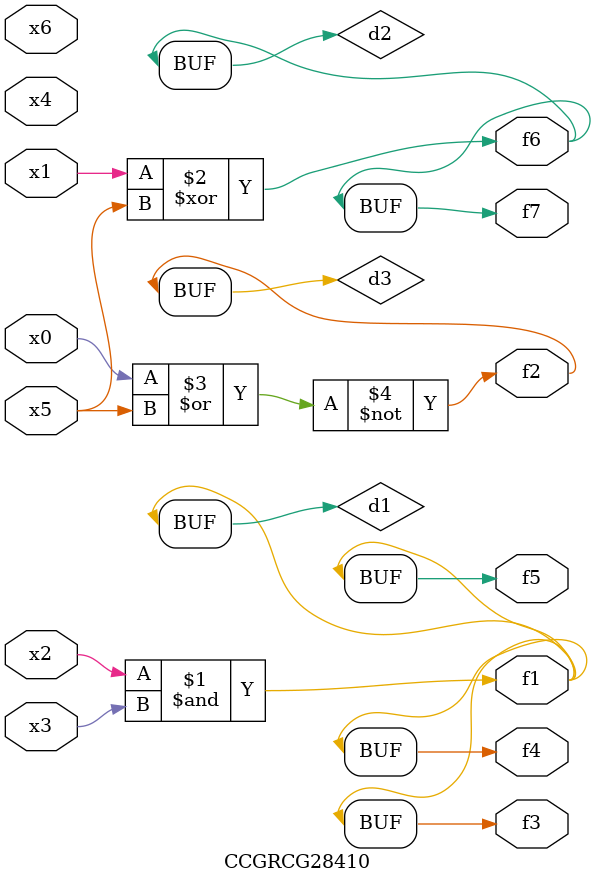
<source format=v>
module CCGRCG28410(
	input x0, x1, x2, x3, x4, x5, x6,
	output f1, f2, f3, f4, f5, f6, f7
);

	wire d1, d2, d3;

	and (d1, x2, x3);
	xor (d2, x1, x5);
	nor (d3, x0, x5);
	assign f1 = d1;
	assign f2 = d3;
	assign f3 = d1;
	assign f4 = d1;
	assign f5 = d1;
	assign f6 = d2;
	assign f7 = d2;
endmodule

</source>
